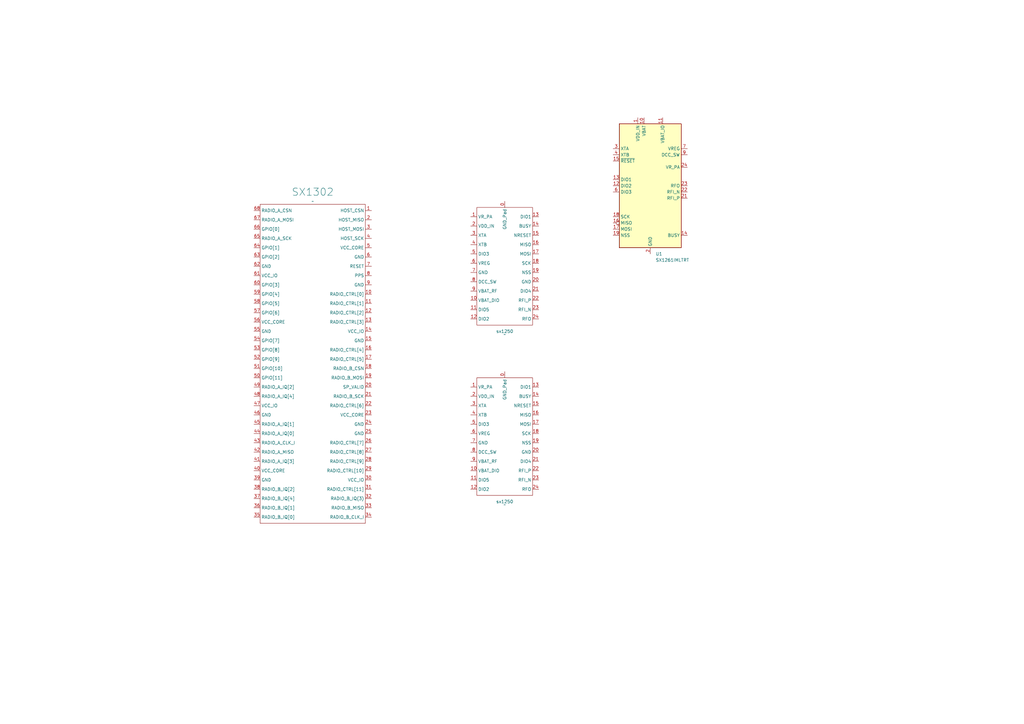
<source format=kicad_sch>
(kicad_sch (version 20231120) (generator "eeschema") (generator_version "8.0")
  (paper "A3")
  (lib_symbols
    (symbol "New_Library:sx1250"
      (property "Reference" "sx1250" (at 19.812 -55.88 0))
      (symbol "sx1250_0_1"
        (rectangle (start 0 -6.35) (end 22.86 -54.61))
      )
      (symbol "sx1250_1_1"
        (pin unspecified line (at 11.43 -3.81 270) (length 2.54) (name "GND_Pad") (number "0"))
        (pin unspecified line (at -2.54 -10.16 0) (length 2.54) (name "VR_PA") (number "1"))
        (pin input line (at -2.54 -44.45 0) (length 2.54) (name "VBAT_DIO") (number "10"))
        (pin bidirectional line (at -2.54 -48.26 0) (length 2.54) (name "DIO5") (number "11"))
        (pin bidirectional line (at -2.54 -52.07 0) (length 2.54) (name "DIO2") (number "12"))
        (pin bidirectional line (at 25.4 -10.16 180) (length 2.54) (name "DIO1") (number "13"))
        (pin output line (at 25.4 -13.97 180) (length 2.54) (name "BUSY") (number "14"))
        (pin input line (at 25.4 -17.78 180) (length 2.54) (name "NRESET") (number "15"))
        (pin output line (at 25.4 -21.59 180) (length 2.54) (name "MISO") (number "16"))
        (pin input line (at 25.4 -25.4 180) (length 2.54) (name "MOSI") (number "17"))
        (pin input line (at 25.4 -29.21 180) (length 2.54) (name "SCK") (number "18"))
        (pin input line (at 25.4 -33.02 180) (length 2.54) (name "NSS") (number "19"))
        (pin input line (at -2.54 -13.97 0) (length 2.54) (name "VDD_IN") (number "2"))
        (pin unspecified line (at 25.4 -36.83 180) (length 2.54) (name "GND") (number "20"))
        (pin bidirectional line (at 25.4 -40.64 180) (length 2.54) (name "DIO4") (number "21"))
        (pin input line (at 25.4 -44.45 180) (length 2.54) (name "RFI_P") (number "22"))
        (pin input line (at 25.4 -48.26 180) (length 2.54) (name "RFI_N") (number "23"))
        (pin output line (at 25.4 -52.07 180) (length 2.54) (name "RFO") (number "24"))
        (pin unspecified line (at -2.54 -17.78 0) (length 2.54) (name "XTA") (number "3"))
        (pin unspecified line (at -2.54 -21.59 0) (length 2.54) (name "XTB") (number "4"))
        (pin bidirectional line (at -2.54 -25.4 0) (length 2.54) (name "DIO3") (number "5"))
        (pin output line (at -2.54 -29.21 0) (length 2.54) (name "VREG") (number "6"))
        (pin unspecified line (at -2.54 -33.02 0) (length 2.54) (name "GND") (number "7"))
        (pin output line (at -2.54 -36.83 0) (length 2.54) (name "DCC_SW") (number "8"))
        (pin input line (at -2.54 -40.64 0) (length 2.54) (name "VBAT_RF") (number "9"))
      )
    )
    (symbol "New_Library:sx1302_1"
      (property "Reference" "SX1302" (at 36.322 -134.62 0))
      (symbol "sx1302_1_0_1"
        (rectangle (start 0 0) (end 43.18 -130.81))
      )
      (symbol "sx1302_1_1_1"
        (pin input line (at 45.72 -2.54 180) (length 2.54) (name "HOST_CSN") (number "1"))
        (pin output line (at 45.72 -36.83 180) (length 2.54) (name "RADIO_CTRL[0]") (number "10"))
        (pin output line (at 45.72 -40.64 180) (length 2.54) (name "RADIO_CTRL[1]") (number "11"))
        (pin output line (at 45.72 -44.45 180) (length 2.54) (name "RADIO_CTRL[2]") (number "12"))
        (pin output line (at 45.72 -48.26 180) (length 2.54) (name "RADIO_CTRL[3]") (number "13"))
        (pin power_in line (at 45.72 -52.07 180) (length 2.54) (name "VCC_IO") (number "14"))
        (pin power_in line (at 45.72 -55.88 180) (length 2.54) (name "GND") (number "15"))
        (pin output line (at 45.72 -59.69 180) (length 2.54) (name "RADIO_CTRL[4]") (number "16"))
        (pin output line (at 45.72 -63.5 180) (length 2.54) (name "RADIO_CTRL[5]") (number "17"))
        (pin output line (at 45.72 -67.31 180) (length 2.54) (name "RADIO_B_CSN") (number "18"))
        (pin output line (at 45.72 -71.12 180) (length 2.54) (name "RADIO_B_MOSI") (number "19"))
        (pin output line (at 45.72 -6.35 180) (length 2.54) (name "HOST_MISO") (number "2"))
        (pin input line (at 45.72 -74.93 180) (length 2.54) (name "SP_VALID") (number "20"))
        (pin output line (at 45.72 -78.74 180) (length 2.54) (name "RADIO_B_SCK") (number "21"))
        (pin output line (at 45.72 -82.55 180) (length 2.54) (name "RADIO_CTRL[6]") (number "22"))
        (pin power_in line (at 45.72 -86.36 180) (length 2.54) (name "VCC_CORE") (number "23"))
        (pin power_in line (at 45.72 -90.17 180) (length 2.54) (name "GND") (number "24"))
        (pin power_in line (at 45.72 -93.98 180) (length 2.54) (name "GND") (number "25"))
        (pin output line (at 45.72 -97.79 180) (length 2.54) (name "RADIO_CTRL[7]") (number "26"))
        (pin output line (at 45.72 -101.6 180) (length 2.54) (name "RADIO_CTRL[8]") (number "27"))
        (pin output line (at 45.72 -105.41 180) (length 2.54) (name "RADIO_CTRL[9]") (number "28"))
        (pin output line (at 45.72 -109.22 180) (length 2.54) (name "RADIO_CTRL[10]") (number "29"))
        (pin input line (at 45.72 -10.16 180) (length 2.54) (name "HOST_MOSI") (number "3"))
        (pin power_in line (at 45.72 -113.03 180) (length 2.54) (name "VCC_IO") (number "30"))
        (pin output line (at 45.72 -116.84 180) (length 2.54) (name "RADIO_CTRL[11]") (number "31"))
        (pin bidirectional line (at 45.72 -120.65 180) (length 2.54) (name "RADIO_B_IQ(3)") (number "32"))
        (pin input line (at 45.72 -124.46 180) (length 2.54) (name "RADIO_B_MISO") (number "33"))
        (pin input line (at 45.72 -128.27 180) (length 2.54) (name "RADIO_B_CLK_I") (number "34"))
        (pin bidirectional line (at -2.54 -128.27 0) (length 2.54) (name "RADIO_B_IQ[0]") (number "35"))
        (pin bidirectional line (at -2.54 -124.46 0) (length 2.54) (name "RADIO_B_IQ[1]") (number "36"))
        (pin bidirectional line (at -2.54 -120.65 0) (length 2.54) (name "RADIO_B_IQ[4]") (number "37"))
        (pin bidirectional line (at -2.54 -116.84 0) (length 2.54) (name "RADIO_B_IQ[2]") (number "38"))
        (pin power_in line (at -2.54 -113.03 0) (length 2.54) (name "GND") (number "39"))
        (pin input line (at 45.72 -13.97 180) (length 2.54) (name "HOST_SCK") (number "4"))
        (pin power_in line (at -2.54 -109.22 0) (length 2.54) (name "VCC_CORE") (number "40"))
        (pin bidirectional line (at -2.54 -105.41 0) (length 2.54) (name "RADIO_A_IQ[3]") (number "41"))
        (pin input line (at -2.54 -101.6 0) (length 2.54) (name "RADIO_A_MISO") (number "42"))
        (pin input line (at -2.54 -97.79 0) (length 2.54) (name "RADIO_A_CLK_I") (number "43"))
        (pin bidirectional line (at -2.54 -93.98 0) (length 2.54) (name "RADIO_A_IQ[0]") (number "44"))
        (pin bidirectional line (at -2.54 -90.17 0) (length 2.54) (name "RADIO_A_IQ[1]") (number "45"))
        (pin power_in line (at -2.54 -86.36 0) (length 2.54) (name "GND") (number "46"))
        (pin power_in line (at -2.54 -82.55 0) (length 2.54) (name "VCC_IO") (number "47"))
        (pin bidirectional line (at -2.54 -78.74 0) (length 2.54) (name "RADIO_A_IQ[4]") (number "48"))
        (pin bidirectional line (at -2.54 -74.93 0) (length 2.54) (name "RADIO_A_IQ[2]") (number "49"))
        (pin power_in line (at 45.72 -17.78 180) (length 2.54) (name "VCC_CORE") (number "5"))
        (pin bidirectional line (at -2.54 -71.12 0) (length 2.54) (name "GPIO[11]") (number "50"))
        (pin bidirectional line (at -2.54 -67.31 0) (length 2.54) (name "GPIO[10]") (number "51"))
        (pin bidirectional line (at -2.54 -63.5 0) (length 2.54) (name "GPIO[9]") (number "52"))
        (pin bidirectional line (at -2.54 -59.69 0) (length 2.54) (name "GPIO[8]") (number "53"))
        (pin bidirectional line (at -2.54 -55.88 0) (length 2.54) (name "GPIO[7]") (number "54"))
        (pin power_in line (at -2.54 -52.07 0) (length 2.54) (name "GND") (number "55"))
        (pin power_in line (at -2.54 -48.26 0) (length 2.54) (name "VCC_CORE") (number "56"))
        (pin bidirectional line (at -2.54 -44.45 0) (length 2.54) (name "GPIO[6]") (number "57"))
        (pin bidirectional line (at -2.54 -40.64 0) (length 2.54) (name "GPIO[5]") (number "58"))
        (pin bidirectional line (at -2.54 -36.83 0) (length 2.54) (name "GPIO[4]") (number "59"))
        (pin power_in line (at 45.72 -21.59 180) (length 2.54) (name "GND") (number "6"))
        (pin bidirectional line (at -2.54 -33.02 0) (length 2.54) (name "GPIO[3]") (number "60"))
        (pin power_in line (at -2.54 -29.21 0) (length 2.54) (name "VCC_IO") (number "61"))
        (pin power_in line (at -2.54 -25.4 0) (length 2.54) (name "GND") (number "62"))
        (pin bidirectional line (at -2.54 -21.59 0) (length 2.54) (name "GPIO[2]") (number "63"))
        (pin bidirectional line (at -2.54 -17.78 0) (length 2.54) (name "GPIO[1]") (number "64"))
        (pin output line (at -2.54 -13.97 0) (length 2.54) (name "RADIO_A_SCK") (number "65"))
        (pin input line (at -2.54 -10.16 0) (length 2.54) (name "GPIO[0]") (number "66"))
        (pin output line (at -2.54 -6.35 0) (length 2.54) (name "RADIO_A_MOSI") (number "67"))
        (pin output line (at -2.54 -2.54 0) (length 2.54) (name "RADIO_A_CSN") (number "68"))
        (pin input line (at 45.72 -25.4 180) (length 2.54) (name "RESET") (number "7"))
        (pin input line (at 45.72 -29.21 180) (length 2.54) (name "PPS") (number "8"))
        (pin power_in line (at 45.72 -33.02 180) (length 2.54) (name "GND") (number "9"))
      )
    )
    (symbol "RF:SX1261IMLTRT"
      (property "Reference" "U" (at 13.97 24.13 0))
      (property "Value" "SX1261IMLTRT" (at 13.97 21.59 0))
      (symbol "SX1261IMLTRT_0_1"
        (rectangle (start -12.7 25.4) (end 12.7 -25.4) (stroke (width 0.254)) (fill (type background)))
      )
      (symbol "SX1261IMLTRT_1_1"
        (pin power_in line (at -5.08 27.94 270) (length 2.54) (name "VDD_IN") (number "1"))
        (pin power_in line (at -2.54 27.94 270) (length 2.54) (name "VBAT") (number "10"))
        (pin power_in line (at 5.08 27.94 270) (length 2.54) (name "VBAT_IO") (number "11"))
        (pin bidirectional line (at -15.24 0 0) (length 2.54) (name "DIO2") (number "12"))
        (pin bidirectional line (at -15.24 2.54 0) (length 2.54) (name "DIO1") (number "13"))
        (pin output line (at 15.24 -20.32 180) (length 2.54) (name "BUSY") (number "14"))
        (pin input line (at -15.24 10.16 0) (length 2.54) (name "~{RESET}") (number "15"))
        (pin tri_state inverted (at -15.24 -15.24 0) (length 2.54) (name "MISO") (number "16"))
        (pin input line (at -15.24 -17.78 0) (length 2.54) (name "MOSI") (number "17"))
        (pin input line (at -15.24 -12.7 0) (length 2.54) (name "SCK") (number "18"))
        (pin input line (at -15.24 -20.32 0) (length 2.54) (name "NSS") (number "19"))
        (pin power_in line (at 0 -27.94 90) (length 2.54) (name "GND") (number "2"))
        (pin passive line (at 0 -27.94 90) (length 2.54) hide (name "GND") (number "20"))
        (pin input line (at 15.24 -5.08 180) (length 2.54) (name "RFI_P") (number "21"))
        (pin input line (at 15.24 -2.54 180) (length 2.54) (name "RFI_N") (number "22"))
        (pin output line (at 15.24 0 180) (length 2.54) (name "RFO") (number "23"))
        (pin power_out line (at 15.24 7.62 180) (length 2.54) (name "VR_PA") (number "24"))
        (pin passive line (at 0 -27.94 90) (length 2.54) hide (name "GND") (number "25"))
        (pin bidirectional line (at -15.24 15.24 0) (length 2.54) (name "XTA") (number "3"))
        (pin bidirectional line (at -15.24 12.7 0) (length 2.54) (name "XTB") (number "4"))
        (pin passive line (at 0 -27.94 90) (length 2.54) hide (name "GND") (number "5"))
        (pin bidirectional line (at -15.24 -2.54 0) (length 2.54) (name "DIO3") (number "6"))
        (pin power_out line (at 15.24 15.24 180) (length 2.54) (name "VREG") (number "7"))
        (pin passive line (at 0 -27.94 90) (length 2.54) hide (name "GND") (number "8"))
        (pin power_out line (at 15.24 12.7 180) (length 2.54) (name "DCC_SW") (number "9"))
      )
    )
  )
  (symbol (lib_id "New_Library:sx1302_1") (at 106.68 83.82 0) (unit 1)
    (property "Reference" "SX1302" (at 128.27 78.74 0) (effects (font (size 3 3))))
    (property "Value" "~" (at 128.27 82.55 0))
  )
  (symbol (lib_id "RF:SX1261IMLTRT") (at 266.7 76.2 0) (unit 1)
    (property "Reference" "U1" (at 268.8941 104.14 0) (effects (justify left)))
    (property "Value" "SX1261IMLTRT" (at 268.8941 106.68 0) (effects (justify left)))
    (property "Footprint" "Package_DFN_QFN:QFN-24-1EP_4x4mm_P0.5mm_EP2.6x2.6mm" (effects (hide yes)))
    (property "Datasheet" "https://semtech.file.force.com/sfc/dist/version/download/?oid=00DE0000000JelG&ids=0682R00000IjPWSQA3&d=%2Fa%2F2R000000Un7F%2FyT.fKdAr9ZAo3cJLc4F2cBdUsMftpT2vsOICP7NmvMo" (effects (hide yes)))
    (property "Description" "150 MHz to 960 MHz Low Power Long Range Transceiver, 14dBm output power, spreading factor from 5 to 12, LoRA, QFN-24" (effects (hide yes)))
  )
  (symbol (lib_id "New_Library:sx1250") (at 195.58 148.59 0) (unit 1)
    (property "Reference" "sx1250" (at 207.01 205.74 0))
    (property "Value" "~" (at 207.01 207.01 0))
  )
  (symbol (lib_id "New_Library:sx1250") (at 195.58 78.74 0) (unit 1)
    (property "Reference" "sx1250" (at 207.01 135.89 0))
    (property "Value" "~" (at 207.01 137.16 0))
  )
)
</source>
